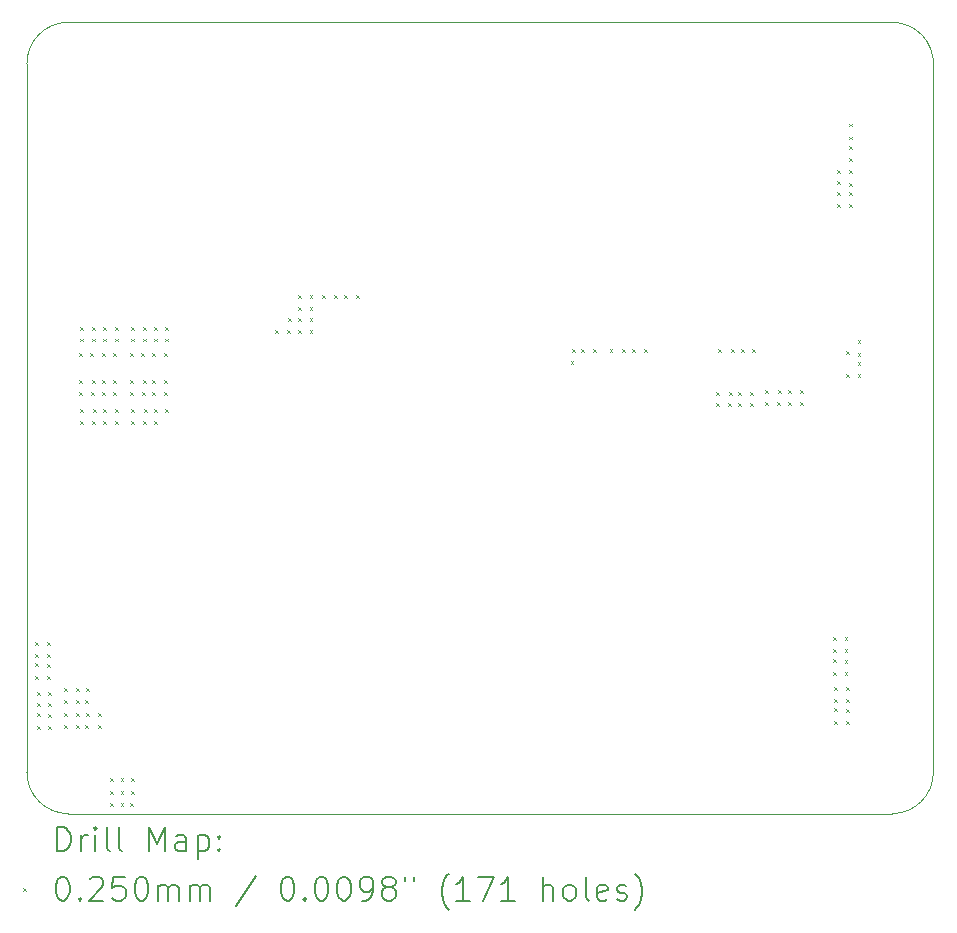
<source format=gbr>
%TF.GenerationSoftware,KiCad,Pcbnew,8.0.4*%
%TF.CreationDate,2024-12-09T12:19:38+01:00*%
%TF.ProjectId,BLDC motor controller,424c4443-206d-46f7-946f-7220636f6e74,1.1*%
%TF.SameCoordinates,Original*%
%TF.FileFunction,Drillmap*%
%TF.FilePolarity,Positive*%
%FSLAX45Y45*%
G04 Gerber Fmt 4.5, Leading zero omitted, Abs format (unit mm)*
G04 Created by KiCad (PCBNEW 8.0.4) date 2024-12-09 12:19:38*
%MOMM*%
%LPD*%
G01*
G04 APERTURE LIST*
%ADD10C,0.100000*%
%ADD11C,0.200000*%
G04 APERTURE END LIST*
D10*
X9725000Y-6750000D02*
X16700000Y-6750000D01*
X9375000Y-7100000D02*
G75*
G02*
X9725000Y-6750000I350000J0D01*
G01*
X9375000Y-13100000D02*
X9375000Y-8750000D01*
X16700000Y-6750000D02*
G75*
G02*
X17049111Y-7124936I0J-350000D01*
G01*
X9725000Y-13450000D02*
X16700000Y-13450000D01*
X17050000Y-13100000D02*
X17050000Y-7125000D01*
X17050000Y-13100000D02*
G75*
G02*
X16700000Y-13450000I-350000J0D01*
G01*
X9725000Y-13450000D02*
G75*
G02*
X9375000Y-13100000I0J350000D01*
G01*
X9375000Y-8750000D02*
X9375000Y-7100000D01*
D11*
D10*
X9447500Y-11997500D02*
X9472500Y-12022500D01*
X9472500Y-11997500D02*
X9447500Y-12022500D01*
X9447500Y-12097500D02*
X9472500Y-12122500D01*
X9472500Y-12097500D02*
X9447500Y-12122500D01*
X9447500Y-12177500D02*
X9472500Y-12202500D01*
X9472500Y-12177500D02*
X9447500Y-12202500D01*
X9447500Y-12287500D02*
X9472500Y-12312500D01*
X9472500Y-12287500D02*
X9447500Y-12312500D01*
X9457500Y-12417500D02*
X9482500Y-12442500D01*
X9482500Y-12417500D02*
X9457500Y-12442500D01*
X9457500Y-12517500D02*
X9482500Y-12542500D01*
X9482500Y-12517500D02*
X9457500Y-12542500D01*
X9457500Y-12597500D02*
X9482500Y-12622500D01*
X9482500Y-12597500D02*
X9457500Y-12622500D01*
X9457500Y-12707500D02*
X9482500Y-12732500D01*
X9482500Y-12707500D02*
X9457500Y-12732500D01*
X9547500Y-11997500D02*
X9572500Y-12022500D01*
X9572500Y-11997500D02*
X9547500Y-12022500D01*
X9547500Y-12097500D02*
X9572500Y-12122500D01*
X9572500Y-12097500D02*
X9547500Y-12122500D01*
X9547500Y-12187500D02*
X9572500Y-12212500D01*
X9572500Y-12187500D02*
X9547500Y-12212500D01*
X9547500Y-12287500D02*
X9572500Y-12312500D01*
X9572500Y-12287500D02*
X9547500Y-12312500D01*
X9557500Y-12417500D02*
X9582500Y-12442500D01*
X9582500Y-12417500D02*
X9557500Y-12442500D01*
X9557500Y-12517500D02*
X9582500Y-12542500D01*
X9582500Y-12517500D02*
X9557500Y-12542500D01*
X9557500Y-12607500D02*
X9582500Y-12632500D01*
X9582500Y-12607500D02*
X9557500Y-12632500D01*
X9557500Y-12707500D02*
X9582500Y-12732500D01*
X9582500Y-12707500D02*
X9557500Y-12732500D01*
X9687500Y-12387500D02*
X9712500Y-12412500D01*
X9712500Y-12387500D02*
X9687500Y-12412500D01*
X9687500Y-12487500D02*
X9712500Y-12512500D01*
X9712500Y-12487500D02*
X9687500Y-12512500D01*
X9687500Y-12597500D02*
X9712500Y-12622500D01*
X9712500Y-12597500D02*
X9687500Y-12622500D01*
X9687500Y-12697500D02*
X9712500Y-12722500D01*
X9712500Y-12697500D02*
X9687500Y-12722500D01*
X9787500Y-12387500D02*
X9812500Y-12412500D01*
X9812500Y-12387500D02*
X9787500Y-12412500D01*
X9787500Y-12487500D02*
X9812500Y-12512500D01*
X9812500Y-12487500D02*
X9787500Y-12512500D01*
X9787500Y-12597500D02*
X9812500Y-12622500D01*
X9812500Y-12597500D02*
X9787500Y-12622500D01*
X9787500Y-12697500D02*
X9812500Y-12722500D01*
X9812500Y-12697500D02*
X9787500Y-12722500D01*
X9817500Y-9547500D02*
X9842500Y-9572500D01*
X9842500Y-9547500D02*
X9817500Y-9572500D01*
X9817500Y-9777500D02*
X9842500Y-9802500D01*
X9842500Y-9777500D02*
X9817500Y-9802500D01*
X9817500Y-9877500D02*
X9842500Y-9902500D01*
X9842500Y-9877500D02*
X9817500Y-9902500D01*
X9827500Y-9327500D02*
X9852500Y-9352500D01*
X9852500Y-9327500D02*
X9827500Y-9352500D01*
X9827500Y-9427500D02*
X9852500Y-9452500D01*
X9852500Y-9427500D02*
X9827500Y-9452500D01*
X9827500Y-10027500D02*
X9852500Y-10052500D01*
X9852500Y-10027500D02*
X9827500Y-10052500D01*
X9827500Y-10127500D02*
X9852500Y-10152500D01*
X9852500Y-10127500D02*
X9827500Y-10152500D01*
X9867500Y-12487500D02*
X9892500Y-12512500D01*
X9892500Y-12487500D02*
X9867500Y-12512500D01*
X9867500Y-12697500D02*
X9892500Y-12722500D01*
X9892500Y-12697500D02*
X9867500Y-12722500D01*
X9877500Y-12387500D02*
X9902500Y-12412500D01*
X9902500Y-12387500D02*
X9877500Y-12412500D01*
X9877500Y-12597500D02*
X9902500Y-12622500D01*
X9902500Y-12597500D02*
X9877500Y-12622500D01*
X9907500Y-9547500D02*
X9932500Y-9572500D01*
X9932500Y-9547500D02*
X9907500Y-9572500D01*
X9917500Y-9877500D02*
X9942500Y-9902500D01*
X9942500Y-9877500D02*
X9917500Y-9902500D01*
X9927500Y-9327500D02*
X9952500Y-9352500D01*
X9952500Y-9327500D02*
X9927500Y-9352500D01*
X9927500Y-9427500D02*
X9952500Y-9452500D01*
X9952500Y-9427500D02*
X9927500Y-9452500D01*
X9927500Y-9777500D02*
X9952500Y-9802500D01*
X9952500Y-9777500D02*
X9927500Y-9802500D01*
X9927500Y-10127500D02*
X9952500Y-10152500D01*
X9952500Y-10127500D02*
X9927500Y-10152500D01*
X9937500Y-10027500D02*
X9962500Y-10052500D01*
X9962500Y-10027500D02*
X9937500Y-10052500D01*
X9977500Y-12597500D02*
X10002500Y-12622500D01*
X10002500Y-12597500D02*
X9977500Y-12622500D01*
X9977500Y-12697500D02*
X10002500Y-12722500D01*
X10002500Y-12697500D02*
X9977500Y-12722500D01*
X10007500Y-9547500D02*
X10032500Y-9572500D01*
X10032500Y-9547500D02*
X10007500Y-9572500D01*
X10007500Y-9777500D02*
X10032500Y-9802500D01*
X10032500Y-9777500D02*
X10007500Y-9802500D01*
X10007500Y-9877500D02*
X10032500Y-9902500D01*
X10032500Y-9877500D02*
X10007500Y-9902500D01*
X10017500Y-9327500D02*
X10042500Y-9352500D01*
X10042500Y-9327500D02*
X10017500Y-9352500D01*
X10017500Y-9427500D02*
X10042500Y-9452500D01*
X10042500Y-9427500D02*
X10017500Y-9452500D01*
X10017500Y-10027500D02*
X10042500Y-10052500D01*
X10042500Y-10027500D02*
X10017500Y-10052500D01*
X10017500Y-10127500D02*
X10042500Y-10152500D01*
X10042500Y-10127500D02*
X10017500Y-10152500D01*
X10077500Y-13147500D02*
X10102500Y-13172500D01*
X10102500Y-13147500D02*
X10077500Y-13172500D01*
X10077500Y-13257500D02*
X10102500Y-13282500D01*
X10102500Y-13257500D02*
X10077500Y-13282500D01*
X10077500Y-13357500D02*
X10102500Y-13382500D01*
X10102500Y-13357500D02*
X10077500Y-13382500D01*
X10107500Y-9547500D02*
X10132500Y-9572500D01*
X10132500Y-9547500D02*
X10107500Y-9572500D01*
X10107500Y-9777500D02*
X10132500Y-9802500D01*
X10132500Y-9777500D02*
X10107500Y-9802500D01*
X10107500Y-9877500D02*
X10132500Y-9902500D01*
X10132500Y-9877500D02*
X10107500Y-9902500D01*
X10117500Y-9327500D02*
X10142500Y-9352500D01*
X10142500Y-9327500D02*
X10117500Y-9352500D01*
X10117500Y-9427500D02*
X10142500Y-9452500D01*
X10142500Y-9427500D02*
X10117500Y-9452500D01*
X10117500Y-10027500D02*
X10142500Y-10052500D01*
X10142500Y-10027500D02*
X10117500Y-10052500D01*
X10117500Y-10127500D02*
X10142500Y-10152500D01*
X10142500Y-10127500D02*
X10117500Y-10152500D01*
X10167500Y-13147500D02*
X10192500Y-13172500D01*
X10192500Y-13147500D02*
X10167500Y-13172500D01*
X10167500Y-13257500D02*
X10192500Y-13282500D01*
X10192500Y-13257500D02*
X10167500Y-13282500D01*
X10167500Y-13357500D02*
X10192500Y-13382500D01*
X10192500Y-13357500D02*
X10167500Y-13382500D01*
X10247500Y-9547500D02*
X10272500Y-9572500D01*
X10272500Y-9547500D02*
X10247500Y-9572500D01*
X10247500Y-9777500D02*
X10272500Y-9802500D01*
X10272500Y-9777500D02*
X10247500Y-9802500D01*
X10247500Y-9877500D02*
X10272500Y-9902500D01*
X10272500Y-9877500D02*
X10247500Y-9902500D01*
X10247500Y-13357500D02*
X10272500Y-13382500D01*
X10272500Y-13357500D02*
X10247500Y-13382500D01*
X10257500Y-9327500D02*
X10282500Y-9352500D01*
X10282500Y-9327500D02*
X10257500Y-9352500D01*
X10257500Y-9427500D02*
X10282500Y-9452500D01*
X10282500Y-9427500D02*
X10257500Y-9452500D01*
X10257500Y-10027500D02*
X10282500Y-10052500D01*
X10282500Y-10027500D02*
X10257500Y-10052500D01*
X10257500Y-10127500D02*
X10282500Y-10152500D01*
X10282500Y-10127500D02*
X10257500Y-10152500D01*
X10257500Y-13147500D02*
X10282500Y-13172500D01*
X10282500Y-13147500D02*
X10257500Y-13172500D01*
X10257500Y-13257500D02*
X10282500Y-13282500D01*
X10282500Y-13257500D02*
X10257500Y-13282500D01*
X10337500Y-9547500D02*
X10362500Y-9572500D01*
X10362500Y-9547500D02*
X10337500Y-9572500D01*
X10347500Y-9877500D02*
X10372500Y-9902500D01*
X10372500Y-9877500D02*
X10347500Y-9902500D01*
X10357500Y-9327500D02*
X10382500Y-9352500D01*
X10382500Y-9327500D02*
X10357500Y-9352500D01*
X10357500Y-9427500D02*
X10382500Y-9452500D01*
X10382500Y-9427500D02*
X10357500Y-9452500D01*
X10357500Y-9777500D02*
X10382500Y-9802500D01*
X10382500Y-9777500D02*
X10357500Y-9802500D01*
X10357500Y-10127500D02*
X10382500Y-10152500D01*
X10382500Y-10127500D02*
X10357500Y-10152500D01*
X10367500Y-10027500D02*
X10392500Y-10052500D01*
X10392500Y-10027500D02*
X10367500Y-10052500D01*
X10437500Y-9547500D02*
X10462500Y-9572500D01*
X10462500Y-9547500D02*
X10437500Y-9572500D01*
X10437500Y-9777500D02*
X10462500Y-9802500D01*
X10462500Y-9777500D02*
X10437500Y-9802500D01*
X10437500Y-9877500D02*
X10462500Y-9902500D01*
X10462500Y-9877500D02*
X10437500Y-9902500D01*
X10447500Y-9327500D02*
X10472500Y-9352500D01*
X10472500Y-9327500D02*
X10447500Y-9352500D01*
X10447500Y-9427500D02*
X10472500Y-9452500D01*
X10472500Y-9427500D02*
X10447500Y-9452500D01*
X10447500Y-10027500D02*
X10472500Y-10052500D01*
X10472500Y-10027500D02*
X10447500Y-10052500D01*
X10447500Y-10127500D02*
X10472500Y-10152500D01*
X10472500Y-10127500D02*
X10447500Y-10152500D01*
X10537500Y-9547500D02*
X10562500Y-9572500D01*
X10562500Y-9547500D02*
X10537500Y-9572500D01*
X10537500Y-9777500D02*
X10562500Y-9802500D01*
X10562500Y-9777500D02*
X10537500Y-9802500D01*
X10537500Y-9877500D02*
X10562500Y-9902500D01*
X10562500Y-9877500D02*
X10537500Y-9902500D01*
X10547500Y-9327500D02*
X10572500Y-9352500D01*
X10572500Y-9327500D02*
X10547500Y-9352500D01*
X10547500Y-9427500D02*
X10572500Y-9452500D01*
X10572500Y-9427500D02*
X10547500Y-9452500D01*
X10547500Y-10027500D02*
X10572500Y-10052500D01*
X10572500Y-10027500D02*
X10547500Y-10052500D01*
X11477500Y-9357500D02*
X11502500Y-9382500D01*
X11502500Y-9357500D02*
X11477500Y-9382500D01*
X11577500Y-9357500D02*
X11602500Y-9382500D01*
X11602500Y-9357500D02*
X11577500Y-9382500D01*
X11587500Y-9257500D02*
X11612500Y-9282500D01*
X11612500Y-9257500D02*
X11587500Y-9282500D01*
X11667500Y-9057500D02*
X11692500Y-9082500D01*
X11692500Y-9057500D02*
X11667500Y-9082500D01*
X11667500Y-9157500D02*
X11692500Y-9182500D01*
X11692500Y-9157500D02*
X11667500Y-9182500D01*
X11667500Y-9257500D02*
X11692500Y-9282500D01*
X11692500Y-9257500D02*
X11667500Y-9282500D01*
X11667500Y-9357500D02*
X11692500Y-9382500D01*
X11692500Y-9357500D02*
X11667500Y-9382500D01*
X11767500Y-9057500D02*
X11792500Y-9082500D01*
X11792500Y-9057500D02*
X11767500Y-9082500D01*
X11767500Y-9157500D02*
X11792500Y-9182500D01*
X11792500Y-9157500D02*
X11767500Y-9182500D01*
X11767500Y-9257500D02*
X11792500Y-9282500D01*
X11792500Y-9257500D02*
X11767500Y-9282500D01*
X11767500Y-9357500D02*
X11792500Y-9382500D01*
X11792500Y-9357500D02*
X11767500Y-9382500D01*
X11877500Y-9057500D02*
X11902500Y-9082500D01*
X11902500Y-9057500D02*
X11877500Y-9082500D01*
X11977500Y-9057500D02*
X12002500Y-9082500D01*
X12002500Y-9057500D02*
X11977500Y-9082500D01*
X12057500Y-9057500D02*
X12082500Y-9082500D01*
X12082500Y-9057500D02*
X12057500Y-9082500D01*
X12157500Y-9057500D02*
X12182500Y-9082500D01*
X12182500Y-9057500D02*
X12157500Y-9082500D01*
X13977500Y-9617500D02*
X14002500Y-9642500D01*
X14002500Y-9617500D02*
X13977500Y-9642500D01*
X13987500Y-9517500D02*
X14012500Y-9542500D01*
X14012500Y-9517500D02*
X13987500Y-9542500D01*
X14067500Y-9517500D02*
X14092500Y-9542500D01*
X14092500Y-9517500D02*
X14067500Y-9542500D01*
X14167500Y-9517500D02*
X14192500Y-9542500D01*
X14192500Y-9517500D02*
X14167500Y-9542500D01*
X14307500Y-9517500D02*
X14332500Y-9542500D01*
X14332500Y-9517500D02*
X14307500Y-9542500D01*
X14417500Y-9517500D02*
X14442500Y-9542500D01*
X14442500Y-9517500D02*
X14417500Y-9542500D01*
X14497500Y-9517500D02*
X14522500Y-9542500D01*
X14522500Y-9517500D02*
X14497500Y-9542500D01*
X14597500Y-9517500D02*
X14622500Y-9542500D01*
X14622500Y-9517500D02*
X14597500Y-9542500D01*
X15207500Y-9877500D02*
X15232500Y-9902500D01*
X15232500Y-9877500D02*
X15207500Y-9902500D01*
X15207500Y-9977500D02*
X15232500Y-10002500D01*
X15232500Y-9977500D02*
X15207500Y-10002500D01*
X15227500Y-9517500D02*
X15252500Y-9542500D01*
X15252500Y-9517500D02*
X15227500Y-9542500D01*
X15307500Y-9977500D02*
X15332500Y-10002500D01*
X15332500Y-9977500D02*
X15307500Y-10002500D01*
X15317500Y-9877500D02*
X15342500Y-9902500D01*
X15342500Y-9877500D02*
X15317500Y-9902500D01*
X15337500Y-9517500D02*
X15362500Y-9542500D01*
X15362500Y-9517500D02*
X15337500Y-9542500D01*
X15397500Y-9877500D02*
X15422500Y-9902500D01*
X15422500Y-9877500D02*
X15397500Y-9902500D01*
X15397500Y-9977500D02*
X15422500Y-10002500D01*
X15422500Y-9977500D02*
X15397500Y-10002500D01*
X15417500Y-9517500D02*
X15442500Y-9542500D01*
X15442500Y-9517500D02*
X15417500Y-9542500D01*
X15497500Y-9877500D02*
X15522500Y-9902500D01*
X15522500Y-9877500D02*
X15497500Y-9902500D01*
X15497500Y-9977500D02*
X15522500Y-10002500D01*
X15522500Y-9977500D02*
X15497500Y-10002500D01*
X15517500Y-9517500D02*
X15542500Y-9542500D01*
X15542500Y-9517500D02*
X15517500Y-9542500D01*
X15627500Y-9867500D02*
X15652500Y-9892500D01*
X15652500Y-9867500D02*
X15627500Y-9892500D01*
X15627500Y-9967500D02*
X15652500Y-9992500D01*
X15652500Y-9967500D02*
X15627500Y-9992500D01*
X15727500Y-9967500D02*
X15752500Y-9992500D01*
X15752500Y-9967500D02*
X15727500Y-9992500D01*
X15737500Y-9867500D02*
X15762500Y-9892500D01*
X15762500Y-9867500D02*
X15737500Y-9892500D01*
X15817500Y-9867500D02*
X15842500Y-9892500D01*
X15842500Y-9867500D02*
X15817500Y-9892500D01*
X15817500Y-9967500D02*
X15842500Y-9992500D01*
X15842500Y-9967500D02*
X15817500Y-9992500D01*
X15917500Y-9867500D02*
X15942500Y-9892500D01*
X15942500Y-9867500D02*
X15917500Y-9892500D01*
X15917500Y-9967500D02*
X15942500Y-9992500D01*
X15942500Y-9967500D02*
X15917500Y-9992500D01*
X16197500Y-11957500D02*
X16222500Y-11982500D01*
X16222500Y-11957500D02*
X16197500Y-11982500D01*
X16197500Y-12057500D02*
X16222500Y-12082500D01*
X16222500Y-12057500D02*
X16197500Y-12082500D01*
X16197500Y-12137500D02*
X16222500Y-12162500D01*
X16222500Y-12137500D02*
X16197500Y-12162500D01*
X16197500Y-12247500D02*
X16222500Y-12272500D01*
X16222500Y-12247500D02*
X16197500Y-12272500D01*
X16207500Y-12377500D02*
X16232500Y-12402500D01*
X16232500Y-12377500D02*
X16207500Y-12402500D01*
X16207500Y-12477500D02*
X16232500Y-12502500D01*
X16232500Y-12477500D02*
X16207500Y-12502500D01*
X16207500Y-12557500D02*
X16232500Y-12582500D01*
X16232500Y-12557500D02*
X16207500Y-12582500D01*
X16207500Y-12667500D02*
X16232500Y-12692500D01*
X16232500Y-12667500D02*
X16207500Y-12692500D01*
X16237500Y-7997500D02*
X16262500Y-8022500D01*
X16262500Y-7997500D02*
X16237500Y-8022500D01*
X16237500Y-8097500D02*
X16262500Y-8122500D01*
X16262500Y-8097500D02*
X16237500Y-8122500D01*
X16237500Y-8187500D02*
X16262500Y-8212500D01*
X16262500Y-8187500D02*
X16237500Y-8212500D01*
X16237500Y-8287500D02*
X16262500Y-8312500D01*
X16262500Y-8287500D02*
X16237500Y-8312500D01*
X16297500Y-11957500D02*
X16322500Y-11982500D01*
X16322500Y-11957500D02*
X16297500Y-11982500D01*
X16297500Y-12057500D02*
X16322500Y-12082500D01*
X16322500Y-12057500D02*
X16297500Y-12082500D01*
X16297500Y-12147500D02*
X16322500Y-12172500D01*
X16322500Y-12147500D02*
X16297500Y-12172500D01*
X16297500Y-12247500D02*
X16322500Y-12272500D01*
X16322500Y-12247500D02*
X16297500Y-12272500D01*
X16307500Y-9537500D02*
X16332500Y-9562500D01*
X16332500Y-9537500D02*
X16307500Y-9562500D01*
X16307500Y-9727500D02*
X16332500Y-9752500D01*
X16332500Y-9727500D02*
X16307500Y-9752500D01*
X16307500Y-12377500D02*
X16332500Y-12402500D01*
X16332500Y-12377500D02*
X16307500Y-12402500D01*
X16307500Y-12477500D02*
X16332500Y-12502500D01*
X16332500Y-12477500D02*
X16307500Y-12502500D01*
X16307500Y-12567500D02*
X16332500Y-12592500D01*
X16332500Y-12567500D02*
X16307500Y-12592500D01*
X16307500Y-12667500D02*
X16332500Y-12692500D01*
X16332500Y-12667500D02*
X16307500Y-12692500D01*
X16337500Y-7607500D02*
X16362500Y-7632500D01*
X16362500Y-7607500D02*
X16337500Y-7632500D01*
X16337500Y-7717500D02*
X16362500Y-7742500D01*
X16362500Y-7717500D02*
X16337500Y-7742500D01*
X16337500Y-7797500D02*
X16362500Y-7822500D01*
X16362500Y-7797500D02*
X16337500Y-7822500D01*
X16337500Y-7897500D02*
X16362500Y-7922500D01*
X16362500Y-7897500D02*
X16337500Y-7922500D01*
X16337500Y-7997500D02*
X16362500Y-8022500D01*
X16362500Y-7997500D02*
X16337500Y-8022500D01*
X16337500Y-8107500D02*
X16362500Y-8132500D01*
X16362500Y-8107500D02*
X16337500Y-8132500D01*
X16337500Y-8187500D02*
X16362500Y-8212500D01*
X16362500Y-8187500D02*
X16337500Y-8212500D01*
X16337500Y-8287500D02*
X16362500Y-8312500D01*
X16362500Y-8287500D02*
X16337500Y-8312500D01*
X16407500Y-9437500D02*
X16432500Y-9462500D01*
X16432500Y-9437500D02*
X16407500Y-9462500D01*
X16407500Y-9547500D02*
X16432500Y-9572500D01*
X16432500Y-9547500D02*
X16407500Y-9572500D01*
X16407500Y-9627500D02*
X16432500Y-9652500D01*
X16432500Y-9627500D02*
X16407500Y-9652500D01*
X16407500Y-9727500D02*
X16432500Y-9752500D01*
X16432500Y-9727500D02*
X16407500Y-9752500D01*
D11*
X9630777Y-13766484D02*
X9630777Y-13566484D01*
X9630777Y-13566484D02*
X9678396Y-13566484D01*
X9678396Y-13566484D02*
X9706967Y-13576008D01*
X9706967Y-13576008D02*
X9726015Y-13595055D01*
X9726015Y-13595055D02*
X9735539Y-13614103D01*
X9735539Y-13614103D02*
X9745063Y-13652198D01*
X9745063Y-13652198D02*
X9745063Y-13680769D01*
X9745063Y-13680769D02*
X9735539Y-13718865D01*
X9735539Y-13718865D02*
X9726015Y-13737912D01*
X9726015Y-13737912D02*
X9706967Y-13756960D01*
X9706967Y-13756960D02*
X9678396Y-13766484D01*
X9678396Y-13766484D02*
X9630777Y-13766484D01*
X9830777Y-13766484D02*
X9830777Y-13633150D01*
X9830777Y-13671246D02*
X9840301Y-13652198D01*
X9840301Y-13652198D02*
X9849824Y-13642674D01*
X9849824Y-13642674D02*
X9868872Y-13633150D01*
X9868872Y-13633150D02*
X9887920Y-13633150D01*
X9954586Y-13766484D02*
X9954586Y-13633150D01*
X9954586Y-13566484D02*
X9945063Y-13576008D01*
X9945063Y-13576008D02*
X9954586Y-13585531D01*
X9954586Y-13585531D02*
X9964110Y-13576008D01*
X9964110Y-13576008D02*
X9954586Y-13566484D01*
X9954586Y-13566484D02*
X9954586Y-13585531D01*
X10078396Y-13766484D02*
X10059348Y-13756960D01*
X10059348Y-13756960D02*
X10049824Y-13737912D01*
X10049824Y-13737912D02*
X10049824Y-13566484D01*
X10183158Y-13766484D02*
X10164110Y-13756960D01*
X10164110Y-13756960D02*
X10154586Y-13737912D01*
X10154586Y-13737912D02*
X10154586Y-13566484D01*
X10411729Y-13766484D02*
X10411729Y-13566484D01*
X10411729Y-13566484D02*
X10478396Y-13709341D01*
X10478396Y-13709341D02*
X10545063Y-13566484D01*
X10545063Y-13566484D02*
X10545063Y-13766484D01*
X10726015Y-13766484D02*
X10726015Y-13661722D01*
X10726015Y-13661722D02*
X10716491Y-13642674D01*
X10716491Y-13642674D02*
X10697444Y-13633150D01*
X10697444Y-13633150D02*
X10659348Y-13633150D01*
X10659348Y-13633150D02*
X10640301Y-13642674D01*
X10726015Y-13756960D02*
X10706967Y-13766484D01*
X10706967Y-13766484D02*
X10659348Y-13766484D01*
X10659348Y-13766484D02*
X10640301Y-13756960D01*
X10640301Y-13756960D02*
X10630777Y-13737912D01*
X10630777Y-13737912D02*
X10630777Y-13718865D01*
X10630777Y-13718865D02*
X10640301Y-13699817D01*
X10640301Y-13699817D02*
X10659348Y-13690293D01*
X10659348Y-13690293D02*
X10706967Y-13690293D01*
X10706967Y-13690293D02*
X10726015Y-13680769D01*
X10821253Y-13633150D02*
X10821253Y-13833150D01*
X10821253Y-13642674D02*
X10840301Y-13633150D01*
X10840301Y-13633150D02*
X10878396Y-13633150D01*
X10878396Y-13633150D02*
X10897444Y-13642674D01*
X10897444Y-13642674D02*
X10906967Y-13652198D01*
X10906967Y-13652198D02*
X10916491Y-13671246D01*
X10916491Y-13671246D02*
X10916491Y-13728388D01*
X10916491Y-13728388D02*
X10906967Y-13747436D01*
X10906967Y-13747436D02*
X10897444Y-13756960D01*
X10897444Y-13756960D02*
X10878396Y-13766484D01*
X10878396Y-13766484D02*
X10840301Y-13766484D01*
X10840301Y-13766484D02*
X10821253Y-13756960D01*
X11002205Y-13747436D02*
X11011729Y-13756960D01*
X11011729Y-13756960D02*
X11002205Y-13766484D01*
X11002205Y-13766484D02*
X10992682Y-13756960D01*
X10992682Y-13756960D02*
X11002205Y-13747436D01*
X11002205Y-13747436D02*
X11002205Y-13766484D01*
X11002205Y-13642674D02*
X11011729Y-13652198D01*
X11011729Y-13652198D02*
X11002205Y-13661722D01*
X11002205Y-13661722D02*
X10992682Y-13652198D01*
X10992682Y-13652198D02*
X11002205Y-13642674D01*
X11002205Y-13642674D02*
X11002205Y-13661722D01*
D10*
X9345000Y-14082500D02*
X9370000Y-14107500D01*
X9370000Y-14082500D02*
X9345000Y-14107500D01*
D11*
X9668872Y-13986484D02*
X9687920Y-13986484D01*
X9687920Y-13986484D02*
X9706967Y-13996008D01*
X9706967Y-13996008D02*
X9716491Y-14005531D01*
X9716491Y-14005531D02*
X9726015Y-14024579D01*
X9726015Y-14024579D02*
X9735539Y-14062674D01*
X9735539Y-14062674D02*
X9735539Y-14110293D01*
X9735539Y-14110293D02*
X9726015Y-14148388D01*
X9726015Y-14148388D02*
X9716491Y-14167436D01*
X9716491Y-14167436D02*
X9706967Y-14176960D01*
X9706967Y-14176960D02*
X9687920Y-14186484D01*
X9687920Y-14186484D02*
X9668872Y-14186484D01*
X9668872Y-14186484D02*
X9649824Y-14176960D01*
X9649824Y-14176960D02*
X9640301Y-14167436D01*
X9640301Y-14167436D02*
X9630777Y-14148388D01*
X9630777Y-14148388D02*
X9621253Y-14110293D01*
X9621253Y-14110293D02*
X9621253Y-14062674D01*
X9621253Y-14062674D02*
X9630777Y-14024579D01*
X9630777Y-14024579D02*
X9640301Y-14005531D01*
X9640301Y-14005531D02*
X9649824Y-13996008D01*
X9649824Y-13996008D02*
X9668872Y-13986484D01*
X9821253Y-14167436D02*
X9830777Y-14176960D01*
X9830777Y-14176960D02*
X9821253Y-14186484D01*
X9821253Y-14186484D02*
X9811729Y-14176960D01*
X9811729Y-14176960D02*
X9821253Y-14167436D01*
X9821253Y-14167436D02*
X9821253Y-14186484D01*
X9906967Y-14005531D02*
X9916491Y-13996008D01*
X9916491Y-13996008D02*
X9935539Y-13986484D01*
X9935539Y-13986484D02*
X9983158Y-13986484D01*
X9983158Y-13986484D02*
X10002205Y-13996008D01*
X10002205Y-13996008D02*
X10011729Y-14005531D01*
X10011729Y-14005531D02*
X10021253Y-14024579D01*
X10021253Y-14024579D02*
X10021253Y-14043627D01*
X10021253Y-14043627D02*
X10011729Y-14072198D01*
X10011729Y-14072198D02*
X9897444Y-14186484D01*
X9897444Y-14186484D02*
X10021253Y-14186484D01*
X10202205Y-13986484D02*
X10106967Y-13986484D01*
X10106967Y-13986484D02*
X10097444Y-14081722D01*
X10097444Y-14081722D02*
X10106967Y-14072198D01*
X10106967Y-14072198D02*
X10126015Y-14062674D01*
X10126015Y-14062674D02*
X10173634Y-14062674D01*
X10173634Y-14062674D02*
X10192682Y-14072198D01*
X10192682Y-14072198D02*
X10202205Y-14081722D01*
X10202205Y-14081722D02*
X10211729Y-14100769D01*
X10211729Y-14100769D02*
X10211729Y-14148388D01*
X10211729Y-14148388D02*
X10202205Y-14167436D01*
X10202205Y-14167436D02*
X10192682Y-14176960D01*
X10192682Y-14176960D02*
X10173634Y-14186484D01*
X10173634Y-14186484D02*
X10126015Y-14186484D01*
X10126015Y-14186484D02*
X10106967Y-14176960D01*
X10106967Y-14176960D02*
X10097444Y-14167436D01*
X10335539Y-13986484D02*
X10354586Y-13986484D01*
X10354586Y-13986484D02*
X10373634Y-13996008D01*
X10373634Y-13996008D02*
X10383158Y-14005531D01*
X10383158Y-14005531D02*
X10392682Y-14024579D01*
X10392682Y-14024579D02*
X10402205Y-14062674D01*
X10402205Y-14062674D02*
X10402205Y-14110293D01*
X10402205Y-14110293D02*
X10392682Y-14148388D01*
X10392682Y-14148388D02*
X10383158Y-14167436D01*
X10383158Y-14167436D02*
X10373634Y-14176960D01*
X10373634Y-14176960D02*
X10354586Y-14186484D01*
X10354586Y-14186484D02*
X10335539Y-14186484D01*
X10335539Y-14186484D02*
X10316491Y-14176960D01*
X10316491Y-14176960D02*
X10306967Y-14167436D01*
X10306967Y-14167436D02*
X10297444Y-14148388D01*
X10297444Y-14148388D02*
X10287920Y-14110293D01*
X10287920Y-14110293D02*
X10287920Y-14062674D01*
X10287920Y-14062674D02*
X10297444Y-14024579D01*
X10297444Y-14024579D02*
X10306967Y-14005531D01*
X10306967Y-14005531D02*
X10316491Y-13996008D01*
X10316491Y-13996008D02*
X10335539Y-13986484D01*
X10487920Y-14186484D02*
X10487920Y-14053150D01*
X10487920Y-14072198D02*
X10497444Y-14062674D01*
X10497444Y-14062674D02*
X10516491Y-14053150D01*
X10516491Y-14053150D02*
X10545063Y-14053150D01*
X10545063Y-14053150D02*
X10564110Y-14062674D01*
X10564110Y-14062674D02*
X10573634Y-14081722D01*
X10573634Y-14081722D02*
X10573634Y-14186484D01*
X10573634Y-14081722D02*
X10583158Y-14062674D01*
X10583158Y-14062674D02*
X10602205Y-14053150D01*
X10602205Y-14053150D02*
X10630777Y-14053150D01*
X10630777Y-14053150D02*
X10649825Y-14062674D01*
X10649825Y-14062674D02*
X10659348Y-14081722D01*
X10659348Y-14081722D02*
X10659348Y-14186484D01*
X10754586Y-14186484D02*
X10754586Y-14053150D01*
X10754586Y-14072198D02*
X10764110Y-14062674D01*
X10764110Y-14062674D02*
X10783158Y-14053150D01*
X10783158Y-14053150D02*
X10811729Y-14053150D01*
X10811729Y-14053150D02*
X10830777Y-14062674D01*
X10830777Y-14062674D02*
X10840301Y-14081722D01*
X10840301Y-14081722D02*
X10840301Y-14186484D01*
X10840301Y-14081722D02*
X10849825Y-14062674D01*
X10849825Y-14062674D02*
X10868872Y-14053150D01*
X10868872Y-14053150D02*
X10897444Y-14053150D01*
X10897444Y-14053150D02*
X10916491Y-14062674D01*
X10916491Y-14062674D02*
X10926015Y-14081722D01*
X10926015Y-14081722D02*
X10926015Y-14186484D01*
X11316491Y-13976960D02*
X11145063Y-14234103D01*
X11573634Y-13986484D02*
X11592682Y-13986484D01*
X11592682Y-13986484D02*
X11611729Y-13996008D01*
X11611729Y-13996008D02*
X11621253Y-14005531D01*
X11621253Y-14005531D02*
X11630777Y-14024579D01*
X11630777Y-14024579D02*
X11640301Y-14062674D01*
X11640301Y-14062674D02*
X11640301Y-14110293D01*
X11640301Y-14110293D02*
X11630777Y-14148388D01*
X11630777Y-14148388D02*
X11621253Y-14167436D01*
X11621253Y-14167436D02*
X11611729Y-14176960D01*
X11611729Y-14176960D02*
X11592682Y-14186484D01*
X11592682Y-14186484D02*
X11573634Y-14186484D01*
X11573634Y-14186484D02*
X11554586Y-14176960D01*
X11554586Y-14176960D02*
X11545063Y-14167436D01*
X11545063Y-14167436D02*
X11535539Y-14148388D01*
X11535539Y-14148388D02*
X11526015Y-14110293D01*
X11526015Y-14110293D02*
X11526015Y-14062674D01*
X11526015Y-14062674D02*
X11535539Y-14024579D01*
X11535539Y-14024579D02*
X11545063Y-14005531D01*
X11545063Y-14005531D02*
X11554586Y-13996008D01*
X11554586Y-13996008D02*
X11573634Y-13986484D01*
X11726015Y-14167436D02*
X11735539Y-14176960D01*
X11735539Y-14176960D02*
X11726015Y-14186484D01*
X11726015Y-14186484D02*
X11716491Y-14176960D01*
X11716491Y-14176960D02*
X11726015Y-14167436D01*
X11726015Y-14167436D02*
X11726015Y-14186484D01*
X11859348Y-13986484D02*
X11878396Y-13986484D01*
X11878396Y-13986484D02*
X11897444Y-13996008D01*
X11897444Y-13996008D02*
X11906967Y-14005531D01*
X11906967Y-14005531D02*
X11916491Y-14024579D01*
X11916491Y-14024579D02*
X11926015Y-14062674D01*
X11926015Y-14062674D02*
X11926015Y-14110293D01*
X11926015Y-14110293D02*
X11916491Y-14148388D01*
X11916491Y-14148388D02*
X11906967Y-14167436D01*
X11906967Y-14167436D02*
X11897444Y-14176960D01*
X11897444Y-14176960D02*
X11878396Y-14186484D01*
X11878396Y-14186484D02*
X11859348Y-14186484D01*
X11859348Y-14186484D02*
X11840301Y-14176960D01*
X11840301Y-14176960D02*
X11830777Y-14167436D01*
X11830777Y-14167436D02*
X11821253Y-14148388D01*
X11821253Y-14148388D02*
X11811729Y-14110293D01*
X11811729Y-14110293D02*
X11811729Y-14062674D01*
X11811729Y-14062674D02*
X11821253Y-14024579D01*
X11821253Y-14024579D02*
X11830777Y-14005531D01*
X11830777Y-14005531D02*
X11840301Y-13996008D01*
X11840301Y-13996008D02*
X11859348Y-13986484D01*
X12049825Y-13986484D02*
X12068872Y-13986484D01*
X12068872Y-13986484D02*
X12087920Y-13996008D01*
X12087920Y-13996008D02*
X12097444Y-14005531D01*
X12097444Y-14005531D02*
X12106967Y-14024579D01*
X12106967Y-14024579D02*
X12116491Y-14062674D01*
X12116491Y-14062674D02*
X12116491Y-14110293D01*
X12116491Y-14110293D02*
X12106967Y-14148388D01*
X12106967Y-14148388D02*
X12097444Y-14167436D01*
X12097444Y-14167436D02*
X12087920Y-14176960D01*
X12087920Y-14176960D02*
X12068872Y-14186484D01*
X12068872Y-14186484D02*
X12049825Y-14186484D01*
X12049825Y-14186484D02*
X12030777Y-14176960D01*
X12030777Y-14176960D02*
X12021253Y-14167436D01*
X12021253Y-14167436D02*
X12011729Y-14148388D01*
X12011729Y-14148388D02*
X12002206Y-14110293D01*
X12002206Y-14110293D02*
X12002206Y-14062674D01*
X12002206Y-14062674D02*
X12011729Y-14024579D01*
X12011729Y-14024579D02*
X12021253Y-14005531D01*
X12021253Y-14005531D02*
X12030777Y-13996008D01*
X12030777Y-13996008D02*
X12049825Y-13986484D01*
X12211729Y-14186484D02*
X12249825Y-14186484D01*
X12249825Y-14186484D02*
X12268872Y-14176960D01*
X12268872Y-14176960D02*
X12278396Y-14167436D01*
X12278396Y-14167436D02*
X12297444Y-14138865D01*
X12297444Y-14138865D02*
X12306967Y-14100769D01*
X12306967Y-14100769D02*
X12306967Y-14024579D01*
X12306967Y-14024579D02*
X12297444Y-14005531D01*
X12297444Y-14005531D02*
X12287920Y-13996008D01*
X12287920Y-13996008D02*
X12268872Y-13986484D01*
X12268872Y-13986484D02*
X12230777Y-13986484D01*
X12230777Y-13986484D02*
X12211729Y-13996008D01*
X12211729Y-13996008D02*
X12202206Y-14005531D01*
X12202206Y-14005531D02*
X12192682Y-14024579D01*
X12192682Y-14024579D02*
X12192682Y-14072198D01*
X12192682Y-14072198D02*
X12202206Y-14091246D01*
X12202206Y-14091246D02*
X12211729Y-14100769D01*
X12211729Y-14100769D02*
X12230777Y-14110293D01*
X12230777Y-14110293D02*
X12268872Y-14110293D01*
X12268872Y-14110293D02*
X12287920Y-14100769D01*
X12287920Y-14100769D02*
X12297444Y-14091246D01*
X12297444Y-14091246D02*
X12306967Y-14072198D01*
X12421253Y-14072198D02*
X12402206Y-14062674D01*
X12402206Y-14062674D02*
X12392682Y-14053150D01*
X12392682Y-14053150D02*
X12383158Y-14034103D01*
X12383158Y-14034103D02*
X12383158Y-14024579D01*
X12383158Y-14024579D02*
X12392682Y-14005531D01*
X12392682Y-14005531D02*
X12402206Y-13996008D01*
X12402206Y-13996008D02*
X12421253Y-13986484D01*
X12421253Y-13986484D02*
X12459348Y-13986484D01*
X12459348Y-13986484D02*
X12478396Y-13996008D01*
X12478396Y-13996008D02*
X12487920Y-14005531D01*
X12487920Y-14005531D02*
X12497444Y-14024579D01*
X12497444Y-14024579D02*
X12497444Y-14034103D01*
X12497444Y-14034103D02*
X12487920Y-14053150D01*
X12487920Y-14053150D02*
X12478396Y-14062674D01*
X12478396Y-14062674D02*
X12459348Y-14072198D01*
X12459348Y-14072198D02*
X12421253Y-14072198D01*
X12421253Y-14072198D02*
X12402206Y-14081722D01*
X12402206Y-14081722D02*
X12392682Y-14091246D01*
X12392682Y-14091246D02*
X12383158Y-14110293D01*
X12383158Y-14110293D02*
X12383158Y-14148388D01*
X12383158Y-14148388D02*
X12392682Y-14167436D01*
X12392682Y-14167436D02*
X12402206Y-14176960D01*
X12402206Y-14176960D02*
X12421253Y-14186484D01*
X12421253Y-14186484D02*
X12459348Y-14186484D01*
X12459348Y-14186484D02*
X12478396Y-14176960D01*
X12478396Y-14176960D02*
X12487920Y-14167436D01*
X12487920Y-14167436D02*
X12497444Y-14148388D01*
X12497444Y-14148388D02*
X12497444Y-14110293D01*
X12497444Y-14110293D02*
X12487920Y-14091246D01*
X12487920Y-14091246D02*
X12478396Y-14081722D01*
X12478396Y-14081722D02*
X12459348Y-14072198D01*
X12573634Y-13986484D02*
X12573634Y-14024579D01*
X12649825Y-13986484D02*
X12649825Y-14024579D01*
X12945063Y-14262674D02*
X12935539Y-14253150D01*
X12935539Y-14253150D02*
X12916491Y-14224579D01*
X12916491Y-14224579D02*
X12906968Y-14205531D01*
X12906968Y-14205531D02*
X12897444Y-14176960D01*
X12897444Y-14176960D02*
X12887920Y-14129341D01*
X12887920Y-14129341D02*
X12887920Y-14091246D01*
X12887920Y-14091246D02*
X12897444Y-14043627D01*
X12897444Y-14043627D02*
X12906968Y-14015055D01*
X12906968Y-14015055D02*
X12916491Y-13996008D01*
X12916491Y-13996008D02*
X12935539Y-13967436D01*
X12935539Y-13967436D02*
X12945063Y-13957912D01*
X13126015Y-14186484D02*
X13011729Y-14186484D01*
X13068872Y-14186484D02*
X13068872Y-13986484D01*
X13068872Y-13986484D02*
X13049825Y-14015055D01*
X13049825Y-14015055D02*
X13030777Y-14034103D01*
X13030777Y-14034103D02*
X13011729Y-14043627D01*
X13192682Y-13986484D02*
X13326015Y-13986484D01*
X13326015Y-13986484D02*
X13240301Y-14186484D01*
X13506968Y-14186484D02*
X13392682Y-14186484D01*
X13449825Y-14186484D02*
X13449825Y-13986484D01*
X13449825Y-13986484D02*
X13430777Y-14015055D01*
X13430777Y-14015055D02*
X13411729Y-14034103D01*
X13411729Y-14034103D02*
X13392682Y-14043627D01*
X13745063Y-14186484D02*
X13745063Y-13986484D01*
X13830777Y-14186484D02*
X13830777Y-14081722D01*
X13830777Y-14081722D02*
X13821253Y-14062674D01*
X13821253Y-14062674D02*
X13802206Y-14053150D01*
X13802206Y-14053150D02*
X13773634Y-14053150D01*
X13773634Y-14053150D02*
X13754587Y-14062674D01*
X13754587Y-14062674D02*
X13745063Y-14072198D01*
X13954587Y-14186484D02*
X13935539Y-14176960D01*
X13935539Y-14176960D02*
X13926015Y-14167436D01*
X13926015Y-14167436D02*
X13916491Y-14148388D01*
X13916491Y-14148388D02*
X13916491Y-14091246D01*
X13916491Y-14091246D02*
X13926015Y-14072198D01*
X13926015Y-14072198D02*
X13935539Y-14062674D01*
X13935539Y-14062674D02*
X13954587Y-14053150D01*
X13954587Y-14053150D02*
X13983158Y-14053150D01*
X13983158Y-14053150D02*
X14002206Y-14062674D01*
X14002206Y-14062674D02*
X14011730Y-14072198D01*
X14011730Y-14072198D02*
X14021253Y-14091246D01*
X14021253Y-14091246D02*
X14021253Y-14148388D01*
X14021253Y-14148388D02*
X14011730Y-14167436D01*
X14011730Y-14167436D02*
X14002206Y-14176960D01*
X14002206Y-14176960D02*
X13983158Y-14186484D01*
X13983158Y-14186484D02*
X13954587Y-14186484D01*
X14135539Y-14186484D02*
X14116491Y-14176960D01*
X14116491Y-14176960D02*
X14106968Y-14157912D01*
X14106968Y-14157912D02*
X14106968Y-13986484D01*
X14287920Y-14176960D02*
X14268872Y-14186484D01*
X14268872Y-14186484D02*
X14230777Y-14186484D01*
X14230777Y-14186484D02*
X14211730Y-14176960D01*
X14211730Y-14176960D02*
X14202206Y-14157912D01*
X14202206Y-14157912D02*
X14202206Y-14081722D01*
X14202206Y-14081722D02*
X14211730Y-14062674D01*
X14211730Y-14062674D02*
X14230777Y-14053150D01*
X14230777Y-14053150D02*
X14268872Y-14053150D01*
X14268872Y-14053150D02*
X14287920Y-14062674D01*
X14287920Y-14062674D02*
X14297444Y-14081722D01*
X14297444Y-14081722D02*
X14297444Y-14100769D01*
X14297444Y-14100769D02*
X14202206Y-14119817D01*
X14373634Y-14176960D02*
X14392682Y-14186484D01*
X14392682Y-14186484D02*
X14430777Y-14186484D01*
X14430777Y-14186484D02*
X14449825Y-14176960D01*
X14449825Y-14176960D02*
X14459349Y-14157912D01*
X14459349Y-14157912D02*
X14459349Y-14148388D01*
X14459349Y-14148388D02*
X14449825Y-14129341D01*
X14449825Y-14129341D02*
X14430777Y-14119817D01*
X14430777Y-14119817D02*
X14402206Y-14119817D01*
X14402206Y-14119817D02*
X14383158Y-14110293D01*
X14383158Y-14110293D02*
X14373634Y-14091246D01*
X14373634Y-14091246D02*
X14373634Y-14081722D01*
X14373634Y-14081722D02*
X14383158Y-14062674D01*
X14383158Y-14062674D02*
X14402206Y-14053150D01*
X14402206Y-14053150D02*
X14430777Y-14053150D01*
X14430777Y-14053150D02*
X14449825Y-14062674D01*
X14526015Y-14262674D02*
X14535539Y-14253150D01*
X14535539Y-14253150D02*
X14554587Y-14224579D01*
X14554587Y-14224579D02*
X14564111Y-14205531D01*
X14564111Y-14205531D02*
X14573634Y-14176960D01*
X14573634Y-14176960D02*
X14583158Y-14129341D01*
X14583158Y-14129341D02*
X14583158Y-14091246D01*
X14583158Y-14091246D02*
X14573634Y-14043627D01*
X14573634Y-14043627D02*
X14564111Y-14015055D01*
X14564111Y-14015055D02*
X14554587Y-13996008D01*
X14554587Y-13996008D02*
X14535539Y-13967436D01*
X14535539Y-13967436D02*
X14526015Y-13957912D01*
M02*

</source>
